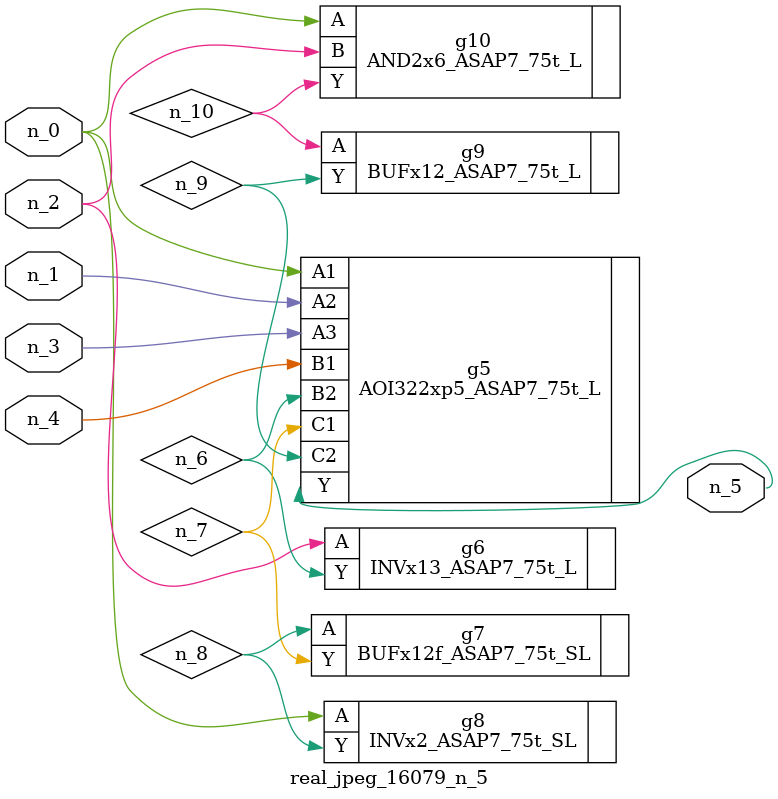
<source format=v>
module real_jpeg_16079_n_5 (n_4, n_0, n_1, n_2, n_3, n_5);

input n_4;
input n_0;
input n_1;
input n_2;
input n_3;

output n_5;

wire n_8;
wire n_6;
wire n_7;
wire n_10;
wire n_9;

AOI322xp5_ASAP7_75t_L g5 ( 
.A1(n_0),
.A2(n_1),
.A3(n_3),
.B1(n_4),
.B2(n_6),
.C1(n_7),
.C2(n_9),
.Y(n_5)
);

INVx2_ASAP7_75t_SL g8 ( 
.A(n_0),
.Y(n_8)
);

AND2x6_ASAP7_75t_L g10 ( 
.A(n_0),
.B(n_2),
.Y(n_10)
);

INVx13_ASAP7_75t_L g6 ( 
.A(n_2),
.Y(n_6)
);

BUFx12f_ASAP7_75t_SL g7 ( 
.A(n_8),
.Y(n_7)
);

BUFx12_ASAP7_75t_L g9 ( 
.A(n_10),
.Y(n_9)
);


endmodule
</source>
